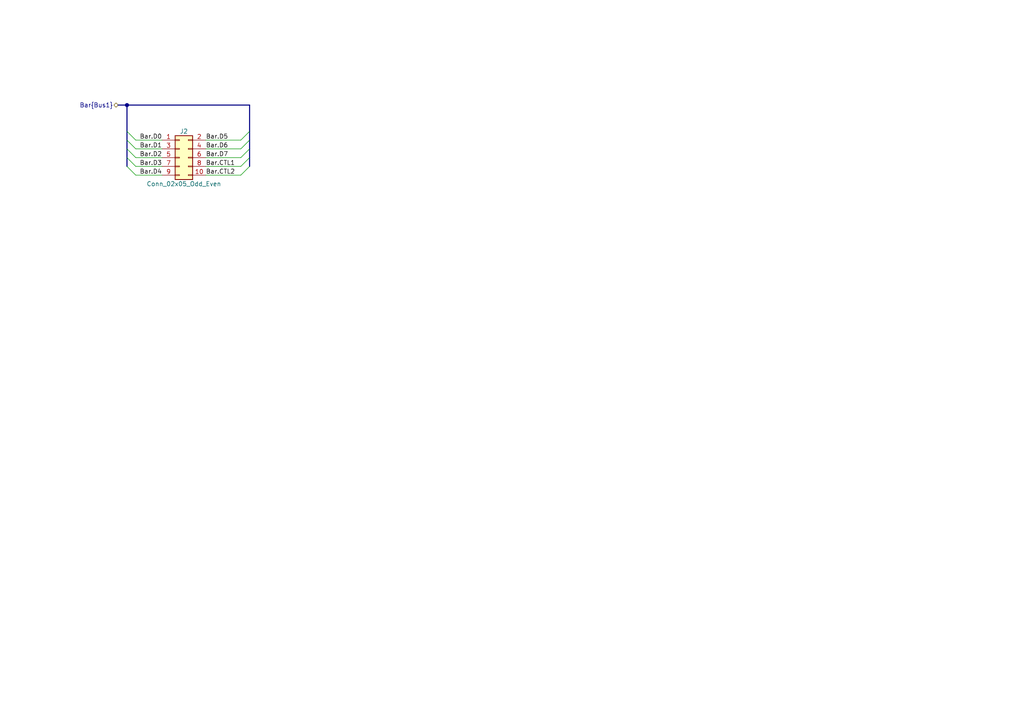
<source format=kicad_sch>
(kicad_sch (version 20210126) (generator eeschema)
  (paper "A4")
  (lib_symbols
    (symbol "Connector_Generic:Conn_02x05_Odd_Even" (pin_names (offset 1.016) hide)
      (property "Reference" "J" (at 1.27 7.62 0))
      (property "Value" "Conn_02x05_Odd_Even" (at 1.27 -7.62 0))
      (symbol "Conn_02x05_Odd_Even_1_1"
        (rectangle (start -1.27 -4.953) (end 0 -5.207) (stroke (width 0.1524)))
        (rectangle (start -1.27 -2.413) (end 0 -2.667) (stroke (width 0.1524)))
        (rectangle (start -1.27 0.127) (end 0 -0.127) (stroke (width 0.1524)))
        (rectangle (start -1.27 2.667) (end 0 2.413) (stroke (width 0.1524)))
        (rectangle (start -1.27 5.207) (end 0 4.953) (stroke (width 0.1524)))
        (rectangle (start 3.81 -4.953) (end 2.54 -5.207) (stroke (width 0.1524)))
        (rectangle (start 3.81 -2.413) (end 2.54 -2.667) (stroke (width 0.1524)))
        (rectangle (start 3.81 0.127) (end 2.54 -0.127) (stroke (width 0.1524)))
        (rectangle (start 3.81 2.667) (end 2.54 2.413) (stroke (width 0.1524)))
        (rectangle (start 3.81 5.207) (end 2.54 4.953) (stroke (width 0.1524)))
        (rectangle (start -1.27 6.35) (end 3.81 -6.35) (stroke (width 0.254)) (fill (type background)))
        (pin passive line (at -5.08 5.08 0) (length 3.81) (name "Pin_1") (number "1"))
        (pin passive line (at 7.62 -5.08 180) (length 3.81) (name "Pin_10") (number "10"))
        (pin passive line (at 7.62 5.08 180) (length 3.81) (name "Pin_2") (number "2"))
        (pin passive line (at -5.08 2.54 0) (length 3.81) (name "Pin_3") (number "3"))
        (pin passive line (at 7.62 2.54 180) (length 3.81) (name "Pin_4") (number "4"))
        (pin passive line (at -5.08 0 0) (length 3.81) (name "Pin_5") (number "5"))
        (pin passive line (at 7.62 0 180) (length 3.81) (name "Pin_6") (number "6"))
        (pin passive line (at -5.08 -2.54 0) (length 3.81) (name "Pin_7") (number "7"))
        (pin passive line (at 7.62 -2.54 180) (length 3.81) (name "Pin_8") (number "8"))
        (pin passive line (at -5.08 -5.08 0) (length 3.81) (name "Pin_9") (number "9"))
      )
    )
  )
  (junction (at 36.83 30.48) (diameter 1.016))
  (bus_entry (at 36.83 38.1) (size 2.54 2.54) (stroke (width 0.1524)))
  (bus_entry (at 36.83 40.64) (size 2.54 2.54) (stroke (width 0.1524)))
  (bus_entry (at 36.83 43.18) (size 2.54 2.54) (stroke (width 0.1524)))
  (bus_entry (at 36.83 45.72) (size 2.54 2.54) (stroke (width 0.1524)))
  (bus_entry (at 36.83 48.26) (size 2.54 2.54) (stroke (width 0.1524)))
  (bus_entry (at 72.39 38.1) (size -2.54 2.54) (stroke (width 0.1524)))
  (bus_entry (at 72.39 40.64) (size -2.54 2.54) (stroke (width 0.1524)))
  (bus_entry (at 72.39 43.18) (size -2.54 2.54) (stroke (width 0.1524)))
  (bus_entry (at 72.39 45.72) (size -2.54 2.54) (stroke (width 0.1524)))
  (bus_entry (at 72.39 48.26) (size -2.54 2.54) (stroke (width 0.1524)))
  (wire (pts (xy 39.37 40.64) (xy 46.99 40.64)))
  (wire (pts (xy 39.37 43.18) (xy 46.99 43.18)))
  (wire (pts (xy 39.37 45.72) (xy 46.99 45.72)))
  (wire (pts (xy 39.37 48.26) (xy 46.99 48.26)))
  (wire (pts (xy 39.37 50.8) (xy 46.99 50.8)))
  (wire (pts (xy 59.69 40.64) (xy 69.85 40.64)))
  (wire (pts (xy 59.69 43.18) (xy 69.85 43.18)))
  (wire (pts (xy 59.69 45.72) (xy 69.85 45.72)))
  (wire (pts (xy 59.69 48.26) (xy 69.85 48.26)))
  (wire (pts (xy 59.69 50.8) (xy 69.85 50.8)))
  (bus (pts (xy 34.29 30.48) (xy 36.83 30.48)))
  (bus (pts (xy 36.83 30.48) (xy 36.83 38.1)))
  (bus (pts (xy 36.83 30.48) (xy 72.39 30.48)))
  (bus (pts (xy 36.83 38.1) (xy 36.83 40.64)))
  (bus (pts (xy 36.83 40.64) (xy 36.83 43.18)))
  (bus (pts (xy 36.83 43.18) (xy 36.83 45.72)))
  (bus (pts (xy 36.83 45.72) (xy 36.83 48.26)))
  (bus (pts (xy 72.39 30.48) (xy 72.39 38.1)))
  (bus (pts (xy 72.39 38.1) (xy 72.39 40.64)))
  (bus (pts (xy 72.39 40.64) (xy 72.39 43.18)))
  (bus (pts (xy 72.39 43.18) (xy 72.39 45.72)))
  (bus (pts (xy 72.39 45.72) (xy 72.39 48.26)))
  (label "Bar.D0" (at 46.99 40.64 180))
  (label "Bar.D1" (at 46.99 43.18 180))
  (label "Bar.D2" (at 46.99 45.72 180))
  (label "Bar.D3" (at 46.99 48.26 180))
  (label "Bar.D4" (at 46.99 50.8 180))
  (label "Bar.D5" (at 59.69 40.64 0))
  (label "Bar.D6" (at 59.69 43.18 0))
  (label "Bar.D7" (at 59.69 45.72 0))
  (label "Bar.CTL1" (at 59.69 48.26 0))
  (label "Bar.CTL2" (at 59.69 50.8 0))
  (hierarchical_label "Bar{Bus1}" (shape bidirectional) (at 34.29 30.48 180))
  (symbol (lib_id "Connector_Generic:Conn_02x05_Odd_Even") (at 52.07 45.72 0) (unit 1)
    (property "Reference" "J2" (at 53.34 38.1 0))
    (property "Value" "Conn_02x05_Odd_Even" (at 53.34 53.34 0))
    (property "Footprint" "Connector_PinHeader_2.54mm:PinHeader_2x05_P2.54mm_Vertical" (effects hide))
  )
)
</source>
